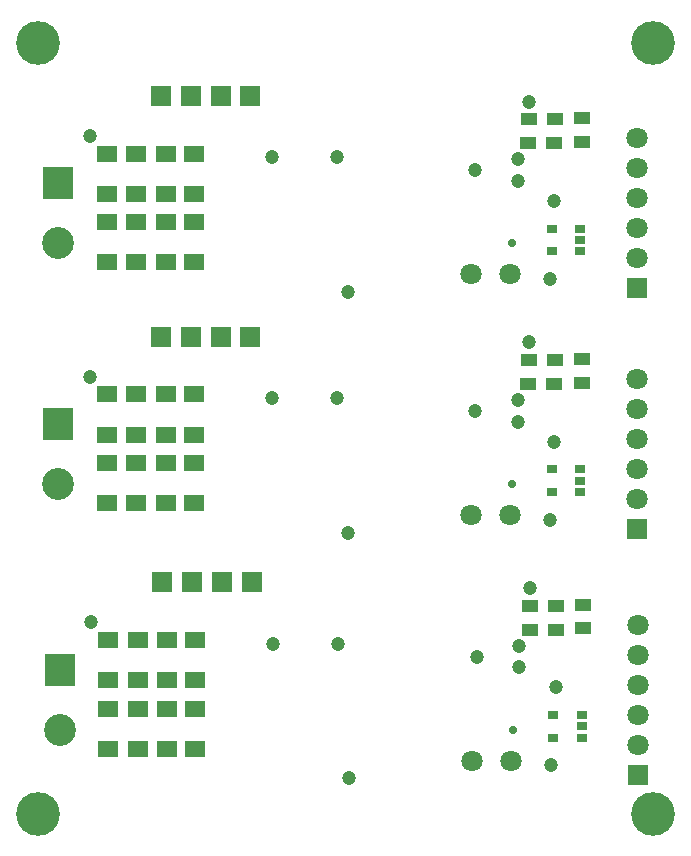
<source format=gbs>
G04 Layer_Color=16711935*
%FSTAX24Y24*%
%MOIN*%
G70*
G01*
G75*
%ADD38R,0.0671X0.0552*%
%ADD41R,0.0552X0.0395*%
%ADD44C,0.1458*%
%ADD45R,0.0678X0.0678*%
%ADD46C,0.0710*%
%ADD47R,0.0710X0.0710*%
%ADD48R,0.1025X0.1064*%
%ADD49C,0.1064*%
%ADD50C,0.0474*%
%ADD51C,0.0280*%
%ADD52R,0.0356X0.0316*%
D38*
X016732Y022559D02*
D03*
Y02122D02*
D03*
X013819Y023504D02*
D03*
Y024843D02*
D03*
X015787Y02122D02*
D03*
Y022559D02*
D03*
X014803Y024843D02*
D03*
Y023504D02*
D03*
Y022559D02*
D03*
Y02122D02*
D03*
X015787Y023504D02*
D03*
Y024843D02*
D03*
X013819Y02122D02*
D03*
Y022559D02*
D03*
X016732Y024843D02*
D03*
Y023504D02*
D03*
X016732Y016811D02*
D03*
Y015472D02*
D03*
X013819Y013189D02*
D03*
Y014528D02*
D03*
X015787Y015472D02*
D03*
Y016811D02*
D03*
X014803Y014528D02*
D03*
Y013189D02*
D03*
Y016811D02*
D03*
Y015472D02*
D03*
X015787Y013189D02*
D03*
Y014528D02*
D03*
X013819Y015472D02*
D03*
Y016811D02*
D03*
X016732Y014528D02*
D03*
Y013189D02*
D03*
X016772Y006339D02*
D03*
Y005D02*
D03*
X013858Y007283D02*
D03*
Y008622D02*
D03*
X015827Y007283D02*
D03*
Y008622D02*
D03*
X016772D02*
D03*
Y007283D02*
D03*
X013858Y005D02*
D03*
Y006339D02*
D03*
X014843Y006339D02*
D03*
Y005D02*
D03*
Y008622D02*
D03*
Y007283D02*
D03*
X015827Y005D02*
D03*
Y006339D02*
D03*
D41*
X027875Y025984D02*
D03*
X027874Y025197D02*
D03*
X028742Y025984D02*
D03*
X02874Y025197D02*
D03*
X029647Y026024D02*
D03*
X029646Y025236D02*
D03*
X029647Y017992D02*
D03*
X029646Y017205D02*
D03*
X028742Y017953D02*
D03*
X02874Y017165D02*
D03*
X027875Y017953D02*
D03*
X027874Y017165D02*
D03*
X027915Y009764D02*
D03*
X027913Y008976D02*
D03*
X029686Y009803D02*
D03*
X029685Y009016D02*
D03*
X028781Y009764D02*
D03*
X02878Y008976D02*
D03*
D44*
X032008Y002835D02*
D03*
X011535D02*
D03*
X032008Y028543D02*
D03*
X011535D02*
D03*
D45*
X018602Y026772D02*
D03*
X016614D02*
D03*
X015614D02*
D03*
X017618D02*
D03*
X018602Y01874D02*
D03*
X016614D02*
D03*
X015614D02*
D03*
X017618D02*
D03*
X018642Y010551D02*
D03*
X016654D02*
D03*
X015654D02*
D03*
X017657D02*
D03*
D46*
X027244Y020827D02*
D03*
X025945D02*
D03*
X031496Y025362D02*
D03*
Y024362D02*
D03*
Y023362D02*
D03*
Y022362D02*
D03*
Y021362D02*
D03*
X031496Y017331D02*
D03*
Y016331D02*
D03*
Y015331D02*
D03*
Y014331D02*
D03*
Y013331D02*
D03*
X025945Y012795D02*
D03*
X027244D02*
D03*
X027283Y004606D02*
D03*
X025984D02*
D03*
X031535Y009142D02*
D03*
Y008142D02*
D03*
Y007142D02*
D03*
Y006142D02*
D03*
Y005142D02*
D03*
D47*
X031496Y020362D02*
D03*
X031496Y012331D02*
D03*
X031535Y004142D02*
D03*
D48*
X012205Y023858D02*
D03*
X012205Y015827D02*
D03*
X012244Y007638D02*
D03*
D49*
X012205Y021858D02*
D03*
X012205Y013827D02*
D03*
X012244Y005638D02*
D03*
D50*
X028583Y020669D02*
D03*
X021496Y024724D02*
D03*
X02874Y023268D02*
D03*
X02185Y020236D02*
D03*
X026102Y024291D02*
D03*
X02752Y024646D02*
D03*
Y023937D02*
D03*
X027875Y026576D02*
D03*
X013252Y025437D02*
D03*
X019311Y024724D02*
D03*
X019311Y016693D02*
D03*
X013252Y017406D02*
D03*
X027875Y018545D02*
D03*
X02752Y015906D02*
D03*
Y016614D02*
D03*
X026102Y01626D02*
D03*
X02185Y012205D02*
D03*
X02874Y015236D02*
D03*
X021496Y016693D02*
D03*
X028583Y012638D02*
D03*
X028622Y004449D02*
D03*
X021535Y008504D02*
D03*
X02878Y007047D02*
D03*
X02189Y004016D02*
D03*
X026142Y008071D02*
D03*
X027559Y008425D02*
D03*
Y007717D02*
D03*
X027915Y010356D02*
D03*
X013291Y009217D02*
D03*
X01935Y008504D02*
D03*
D51*
X027323Y02185D02*
D03*
X027323Y013819D02*
D03*
X027362Y00563D02*
D03*
D52*
X028661Y022343D02*
D03*
Y021594D02*
D03*
X029606Y022343D02*
D03*
Y021969D02*
D03*
X029602Y021594D02*
D03*
X028661Y014311D02*
D03*
Y013563D02*
D03*
X029606Y014311D02*
D03*
Y013937D02*
D03*
X029602Y013563D02*
D03*
X028701Y006122D02*
D03*
Y005374D02*
D03*
X029646Y006122D02*
D03*
Y005748D02*
D03*
X029642Y005374D02*
D03*
M02*

</source>
